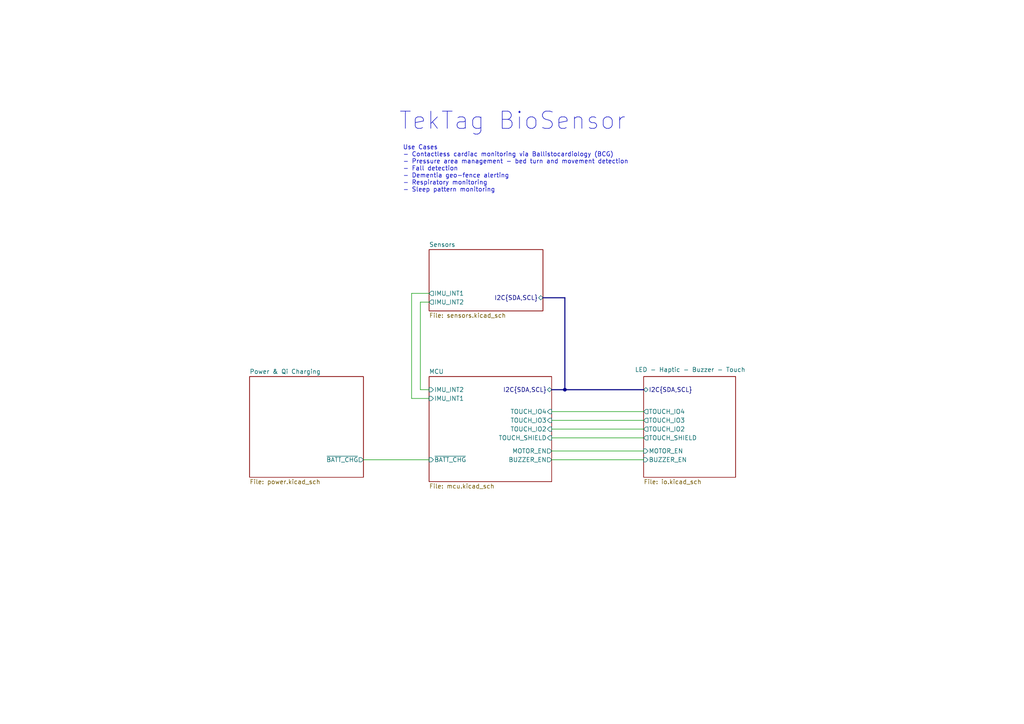
<source format=kicad_sch>
(kicad_sch (version 20211123) (generator eeschema)
  (paper "A4")
  (title_block (title "TekTag BioSensor") (date "2023-05-18") (rev "0.2 alpha") (company "© 2023 TekLabs Digital Pty Ltd") (comment 1 "Designed by Trevor Attema") (comment 2 "MIT License "))
  (lib_symbols)
  (junction (at 163.83 113.03))
  (bus (pts (xy 163.83 113.03) (xy 186.69 113.03)))
  (wire (pts (xy 160.02 130.81) (xy 186.69 130.81)))
  (wire (pts (xy 124.46 113.03) (xy 121.92 113.03)))
  (wire (pts (xy 160.02 133.35) (xy 186.69 133.35)))
  (wire (pts (xy 119.38 85.09) (xy 119.38 115.57)))
  (wire (pts (xy 105.41 133.35) (xy 124.46 133.35)))
  (bus (pts (xy 163.83 113.03) (xy 160.02 113.03)))
  (wire (pts (xy 160.02 121.92) (xy 186.69 121.92)))
  (wire (pts (xy 160.02 124.46) (xy 186.69 124.46)))
  (bus (pts (xy 163.83 86.36) (xy 163.83 113.03)))
  (wire (pts (xy 160.02 127) (xy 186.69 127)))
  (wire (pts (xy 121.92 87.63) (xy 124.46 87.63)))
  (wire (pts (xy 160.02 119.38) (xy 186.69 119.38)))
  (wire (pts (xy 121.92 113.03) (xy 121.92 87.63)))
  (bus (pts (xy 157.48 86.36) (xy 163.83 86.36)))
  (wire (pts (xy 124.46 85.09) (xy 119.38 85.09)))
  (wire (pts (xy 119.38 115.57) (xy 124.46 115.57)))
  (text "Use Cases\n- Contactless cardiac monitoring via Ballistocardiology (BCG)\n- Pressure area management - bed turn and movement detection\n- Fall detection\n- Dementia geo-fence alerting\n- Respiratory monitoring\n- Sleep pattern monitoring" (at 116.84 55.88 0) (effects (font (size 1.27 1.27)) (justify left bottom)))
  (text "TekTag BioSensor" (at 115.57 38.1 0) (effects (font (size 5 5)) (justify left bottom)))
  (sheet (at 124.46 109.22) (size 35.56 30.48) (stroke (width 0.1524))
    (property "Sheet name" "MCU" (at 124.46 108.5084 0) (effects (justify left bottom)))
    (property "Sheet file" "mcu.kicad_sch" (at 124.46 140.2846 0) (effects (justify left top)))
    (pin "I2C{SDA,SCL}" bidirectional (at 160.02 113.03 0))
    (pin "IMU_INT2" input (at 124.46 113.03 180))
    (pin "IMU_INT1" input (at 124.46 115.57 180))
    (pin "~{BATT_CHG}" input (at 124.46 133.35 180))
    (pin "BUZZER_EN" output (at 160.02 133.35 0))
    (pin "MOTOR_EN" output (at 160.02 130.81 0))
    (pin "TOUCH_IO3" input (at 160.02 121.92 0))
    (pin "TOUCH_IO2" input (at 160.02 124.46 0))
    (pin "TOUCH_IO4" input (at 160.02 119.38 0))
    (pin "TOUCH_SHIELD" input (at 160.02 127 0))
  )
  (sheet (at 124.46 72.39) (size 33.02 17.78) (stroke (width 0.1524))
    (property "Sheet name" "Sensors" (at 124.46 71.6784 0) (effects (justify left bottom)))
    (property "Sheet file" "sensors.kicad_sch" (at 124.46 90.7546 0) (effects (justify left top)))
    (pin "I2C{SDA,SCL}" bidirectional (at 157.48 86.36 0))
    (pin "IMU_INT2" output (at 124.46 87.63 180))
    (pin "IMU_INT1" output (at 124.46 85.09 180))
  )
  (sheet (at 186.69 109.22) (size 26.67 29.21) (stroke (width 0.1524))
    (property "Sheet name" "LED - Haptic - Buzzer - Touch" (at 184.15 107.95 0) (effects (justify left bottom)))
    (property "Sheet file" "io.kicad_sch" (at 186.69 139.0146 0) (effects (justify left top)))
    (pin "I2C{SDA,SCL}" bidirectional (at 186.69 113.03 180))
    (pin "MOTOR_EN" input (at 186.69 130.81 180))
    (pin "BUZZER_EN" input (at 186.69 133.35 180))
    (pin "TOUCH_SHIELD" output (at 186.69 127 180))
    (pin "TOUCH_IO3" output (at 186.69 121.92 180))
    (pin "TOUCH_IO4" output (at 186.69 119.38 180))
    (pin "TOUCH_IO2" output (at 186.69 124.46 180))
  )
  (sheet (at 72.39 109.22) (size 33.02 29.21) (stroke (width 0.1524))
    (property "Sheet name" "Power & Qi Charging" (at 72.39 108.5084 0) (effects (justify left bottom)))
    (property "Sheet file" "power.kicad_sch" (at 72.39 139.0146 0) (effects (justify left top)))
    (pin "~{BATT_CHG}" output (at 105.41 133.35 0))
  )
)
</source>
